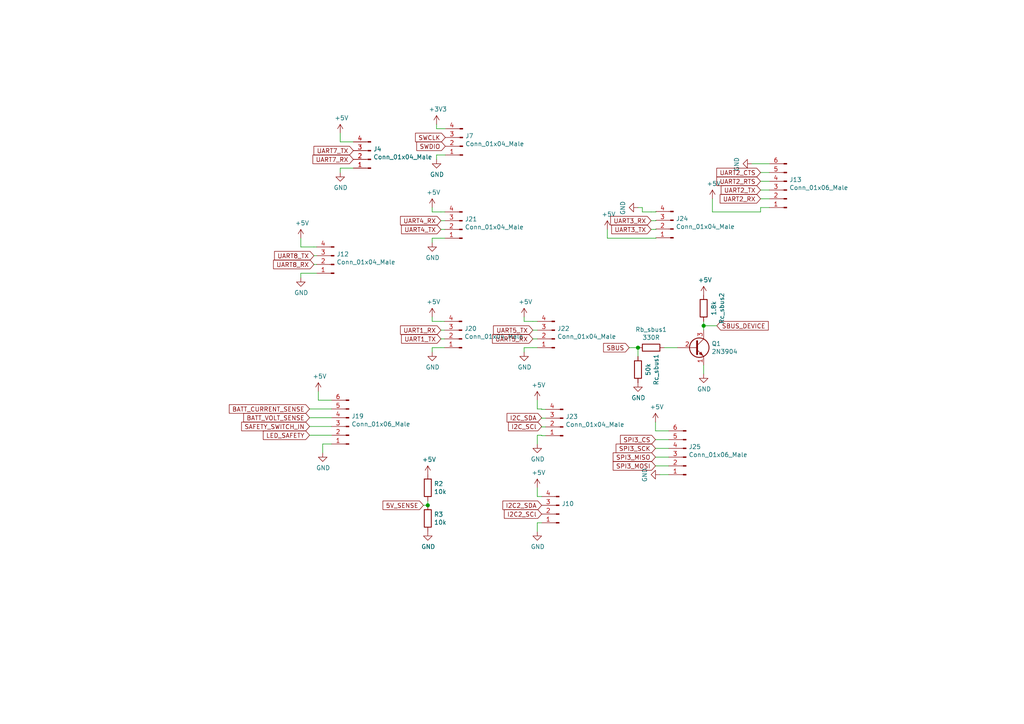
<source format=kicad_sch>
(kicad_sch (version 20200828) (generator eeschema)

  (page 4 11)

  (paper "A4")

  (lib_symbols
    (symbol "Connector:Conn_01x04_Male" (pin_names (offset 1.016) hide) (in_bom yes) (on_board yes)
      (property "Reference" "J" (id 0) (at 0 5.08 0)
        (effects (font (size 1.27 1.27)))
      )
      (property "Value" "Conn_01x04_Male" (id 1) (at 0 -7.62 0)
        (effects (font (size 1.27 1.27)))
      )
      (property "Footprint" "" (id 2) (at 0 0 0)
        (effects (font (size 1.27 1.27)) hide)
      )
      (property "Datasheet" "~" (id 3) (at 0 0 0)
        (effects (font (size 1.27 1.27)) hide)
      )
      (property "ki_keywords" "connector" (id 4) (at 0 0 0)
        (effects (font (size 1.27 1.27)) hide)
      )
      (property "ki_description" "Generic connector, single row, 01x04, script generated (kicad-library-utils/schlib/autogen/connector/)" (id 5) (at 0 0 0)
        (effects (font (size 1.27 1.27)) hide)
      )
      (property "ki_fp_filters" "Connector*:*_1x??_*" (id 6) (at 0 0 0)
        (effects (font (size 1.27 1.27)) hide)
      )
      (symbol "Conn_01x04_Male_1_1"
        (rectangle (start 0.8636 -4.953) (end 0 -5.207)
          (stroke (width 0.1524)) (fill (type outline))
        )
        (rectangle (start 0.8636 -2.413) (end 0 -2.667)
          (stroke (width 0.1524)) (fill (type outline))
        )
        (rectangle (start 0.8636 0.127) (end 0 -0.127)
          (stroke (width 0.1524)) (fill (type outline))
        )
        (rectangle (start 0.8636 2.667) (end 0 2.413)
          (stroke (width 0.1524)) (fill (type outline))
        )
        (polyline
          (pts
            (xy 1.27 -5.08)
            (xy 0.8636 -5.08)
          )
          (stroke (width 0.1524)) (fill (type none))
        )
        (polyline
          (pts
            (xy 1.27 -2.54)
            (xy 0.8636 -2.54)
          )
          (stroke (width 0.1524)) (fill (type none))
        )
        (polyline
          (pts
            (xy 1.27 0)
            (xy 0.8636 0)
          )
          (stroke (width 0.1524)) (fill (type none))
        )
        (polyline
          (pts
            (xy 1.27 2.54)
            (xy 0.8636 2.54)
          )
          (stroke (width 0.1524)) (fill (type none))
        )
        (pin passive line (at 5.08 2.54 180) (length 3.81)
          (name "Pin_1" (effects (font (size 1.27 1.27))))
          (number "1" (effects (font (size 1.27 1.27))))
        )
        (pin passive line (at 5.08 0 180) (length 3.81)
          (name "Pin_2" (effects (font (size 1.27 1.27))))
          (number "2" (effects (font (size 1.27 1.27))))
        )
        (pin passive line (at 5.08 -2.54 180) (length 3.81)
          (name "Pin_3" (effects (font (size 1.27 1.27))))
          (number "3" (effects (font (size 1.27 1.27))))
        )
        (pin passive line (at 5.08 -5.08 180) (length 3.81)
          (name "Pin_4" (effects (font (size 1.27 1.27))))
          (number "4" (effects (font (size 1.27 1.27))))
        )
      )
    )
    (symbol "Connector:Conn_01x06_Male" (pin_names (offset 1.016) hide) (in_bom yes) (on_board yes)
      (property "Reference" "J" (id 0) (at 0 7.62 0)
        (effects (font (size 1.27 1.27)))
      )
      (property "Value" "Conn_01x06_Male" (id 1) (at 0 -10.16 0)
        (effects (font (size 1.27 1.27)))
      )
      (property "Footprint" "" (id 2) (at 0 0 0)
        (effects (font (size 1.27 1.27)) hide)
      )
      (property "Datasheet" "~" (id 3) (at 0 0 0)
        (effects (font (size 1.27 1.27)) hide)
      )
      (property "ki_keywords" "connector" (id 4) (at 0 0 0)
        (effects (font (size 1.27 1.27)) hide)
      )
      (property "ki_description" "Generic connector, single row, 01x06, script generated (kicad-library-utils/schlib/autogen/connector/)" (id 5) (at 0 0 0)
        (effects (font (size 1.27 1.27)) hide)
      )
      (property "ki_fp_filters" "Connector*:*_1x??_*" (id 6) (at 0 0 0)
        (effects (font (size 1.27 1.27)) hide)
      )
      (symbol "Conn_01x06_Male_1_1"
        (rectangle (start 0.8636 -7.493) (end 0 -7.747)
          (stroke (width 0.1524)) (fill (type outline))
        )
        (rectangle (start 0.8636 -4.953) (end 0 -5.207)
          (stroke (width 0.1524)) (fill (type outline))
        )
        (rectangle (start 0.8636 -2.413) (end 0 -2.667)
          (stroke (width 0.1524)) (fill (type outline))
        )
        (rectangle (start 0.8636 0.127) (end 0 -0.127)
          (stroke (width 0.1524)) (fill (type outline))
        )
        (rectangle (start 0.8636 2.667) (end 0 2.413)
          (stroke (width 0.1524)) (fill (type outline))
        )
        (rectangle (start 0.8636 5.207) (end 0 4.953)
          (stroke (width 0.1524)) (fill (type outline))
        )
        (polyline
          (pts
            (xy 1.27 -7.62)
            (xy 0.8636 -7.62)
          )
          (stroke (width 0.1524)) (fill (type none))
        )
        (polyline
          (pts
            (xy 1.27 -5.08)
            (xy 0.8636 -5.08)
          )
          (stroke (width 0.1524)) (fill (type none))
        )
        (polyline
          (pts
            (xy 1.27 -2.54)
            (xy 0.8636 -2.54)
          )
          (stroke (width 0.1524)) (fill (type none))
        )
        (polyline
          (pts
            (xy 1.27 0)
            (xy 0.8636 0)
          )
          (stroke (width 0.1524)) (fill (type none))
        )
        (polyline
          (pts
            (xy 1.27 2.54)
            (xy 0.8636 2.54)
          )
          (stroke (width 0.1524)) (fill (type none))
        )
        (polyline
          (pts
            (xy 1.27 5.08)
            (xy 0.8636 5.08)
          )
          (stroke (width 0.1524)) (fill (type none))
        )
        (pin passive line (at 5.08 5.08 180) (length 3.81)
          (name "Pin_1" (effects (font (size 1.27 1.27))))
          (number "1" (effects (font (size 1.27 1.27))))
        )
        (pin passive line (at 5.08 2.54 180) (length 3.81)
          (name "Pin_2" (effects (font (size 1.27 1.27))))
          (number "2" (effects (font (size 1.27 1.27))))
        )
        (pin passive line (at 5.08 0 180) (length 3.81)
          (name "Pin_3" (effects (font (size 1.27 1.27))))
          (number "3" (effects (font (size 1.27 1.27))))
        )
        (pin passive line (at 5.08 -2.54 180) (length 3.81)
          (name "Pin_4" (effects (font (size 1.27 1.27))))
          (number "4" (effects (font (size 1.27 1.27))))
        )
        (pin passive line (at 5.08 -5.08 180) (length 3.81)
          (name "Pin_5" (effects (font (size 1.27 1.27))))
          (number "5" (effects (font (size 1.27 1.27))))
        )
        (pin passive line (at 5.08 -7.62 180) (length 3.81)
          (name "Pin_6" (effects (font (size 1.27 1.27))))
          (number "6" (effects (font (size 1.27 1.27))))
        )
      )
    )
    (symbol "Device:R" (pin_numbers hide) (pin_names (offset 0)) (in_bom yes) (on_board yes)
      (property "Reference" "R" (id 0) (at 2.032 0 90)
        (effects (font (size 1.27 1.27)))
      )
      (property "Value" "R" (id 1) (at 0 0 90)
        (effects (font (size 1.27 1.27)))
      )
      (property "Footprint" "" (id 2) (at -1.778 0 90)
        (effects (font (size 1.27 1.27)) hide)
      )
      (property "Datasheet" "~" (id 3) (at 0 0 0)
        (effects (font (size 1.27 1.27)) hide)
      )
      (property "ki_keywords" "R res resistor" (id 4) (at 0 0 0)
        (effects (font (size 1.27 1.27)) hide)
      )
      (property "ki_description" "Resistor" (id 5) (at 0 0 0)
        (effects (font (size 1.27 1.27)) hide)
      )
      (property "ki_fp_filters" "R_*" (id 6) (at 0 0 0)
        (effects (font (size 1.27 1.27)) hide)
      )
      (symbol "R_0_1"
        (rectangle (start -1.016 -2.54) (end 1.016 2.54)
          (stroke (width 0.254)) (fill (type none))
        )
      )
      (symbol "R_1_1"
        (pin passive line (at 0 3.81 270) (length 1.27)
          (name "~" (effects (font (size 1.27 1.27))))
          (number "1" (effects (font (size 1.27 1.27))))
        )
        (pin passive line (at 0 -3.81 90) (length 1.27)
          (name "~" (effects (font (size 1.27 1.27))))
          (number "2" (effects (font (size 1.27 1.27))))
        )
      )
    )
    (symbol "Transistor_BJT:2N3904" (pin_names (offset 0) hide) (in_bom yes) (on_board yes)
      (property "Reference" "Q" (id 0) (at 5.08 1.905 0)
        (effects (font (size 1.27 1.27)) (justify left))
      )
      (property "Value" "2N3904" (id 1) (at 5.08 0 0)
        (effects (font (size 1.27 1.27)) (justify left))
      )
      (property "Footprint" "Package_TO_SOT_THT:TO-92_Inline" (id 2) (at 5.08 -1.905 0)
        (effects (font (size 1.27 1.27) italic) (justify left) hide)
      )
      (property "Datasheet" "https://www.fairchildsemi.com/datasheets/2N/2N3904.pdf" (id 3) (at 0 0 0)
        (effects (font (size 1.27 1.27)) (justify left) hide)
      )
      (property "ki_keywords" "NPN Transistor" (id 4) (at 0 0 0)
        (effects (font (size 1.27 1.27)) hide)
      )
      (property "ki_description" "0.2A Ic, 40V Vce, Small Signal NPN Transistor, TO-92" (id 5) (at 0 0 0)
        (effects (font (size 1.27 1.27)) hide)
      )
      (property "ki_fp_filters" "TO?92*" (id 6) (at 0 0 0)
        (effects (font (size 1.27 1.27)) hide)
      )
      (symbol "2N3904_0_1"
        (circle (center 1.27 0) (radius 2.8194) (stroke (width 0.254)) (fill (type none)))
        (polyline
          (pts
            (xy 0.635 0.635)
            (xy 2.54 2.54)
          )
          (stroke (width 0)) (fill (type none))
        )
        (polyline
          (pts
            (xy 0.635 -0.635)
            (xy 2.54 -2.54)
            (xy 2.54 -2.54)
          )
          (stroke (width 0)) (fill (type none))
        )
        (polyline
          (pts
            (xy 0.635 1.905)
            (xy 0.635 -1.905)
            (xy 0.635 -1.905)
          )
          (stroke (width 0.508)) (fill (type none))
        )
        (polyline
          (pts
            (xy 1.27 -1.778)
            (xy 1.778 -1.27)
            (xy 2.286 -2.286)
            (xy 1.27 -1.778)
            (xy 1.27 -1.778)
          )
          (stroke (width 0)) (fill (type outline))
        )
      )
      (symbol "2N3904_1_1"
        (pin passive line (at 2.54 -5.08 90) (length 2.54)
          (name "E" (effects (font (size 1.27 1.27))))
          (number "1" (effects (font (size 1.27 1.27))))
        )
        (pin passive line (at -5.08 0 0) (length 5.715)
          (name "B" (effects (font (size 1.27 1.27))))
          (number "2" (effects (font (size 1.27 1.27))))
        )
        (pin passive line (at 2.54 5.08 270) (length 2.54)
          (name "C" (effects (font (size 1.27 1.27))))
          (number "3" (effects (font (size 1.27 1.27))))
        )
      )
    )
    (symbol "power:+3.3V" (power) (pin_names (offset 0)) (in_bom yes) (on_board yes)
      (property "Reference" "#PWR" (id 0) (at 0 -3.81 0)
        (effects (font (size 1.27 1.27)) hide)
      )
      (property "Value" "+3.3V" (id 1) (at 0 3.556 0)
        (effects (font (size 1.27 1.27)))
      )
      (property "Footprint" "" (id 2) (at 0 0 0)
        (effects (font (size 1.27 1.27)) hide)
      )
      (property "Datasheet" "" (id 3) (at 0 0 0)
        (effects (font (size 1.27 1.27)) hide)
      )
      (property "ki_keywords" "power-flag" (id 4) (at 0 0 0)
        (effects (font (size 1.27 1.27)) hide)
      )
      (property "ki_description" "Power symbol creates a global label with name \"+3.3V\"" (id 5) (at 0 0 0)
        (effects (font (size 1.27 1.27)) hide)
      )
      (symbol "+3.3V_0_1"
        (polyline
          (pts
            (xy -0.762 1.27)
            (xy 0 2.54)
          )
          (stroke (width 0)) (fill (type none))
        )
        (polyline
          (pts
            (xy 0 0)
            (xy 0 2.54)
          )
          (stroke (width 0)) (fill (type none))
        )
        (polyline
          (pts
            (xy 0 2.54)
            (xy 0.762 1.27)
          )
          (stroke (width 0)) (fill (type none))
        )
      )
      (symbol "+3.3V_1_1"
        (pin power_in line (at 0 0 90) (length 0) hide
          (name "+3V3" (effects (font (size 1.27 1.27))))
          (number "1" (effects (font (size 1.27 1.27))))
        )
      )
    )
    (symbol "power:+5V" (power) (pin_names (offset 0)) (in_bom yes) (on_board yes)
      (property "Reference" "#PWR" (id 0) (at 0 -3.81 0)
        (effects (font (size 1.27 1.27)) hide)
      )
      (property "Value" "+5V" (id 1) (at 0 3.556 0)
        (effects (font (size 1.27 1.27)))
      )
      (property "Footprint" "" (id 2) (at 0 0 0)
        (effects (font (size 1.27 1.27)) hide)
      )
      (property "Datasheet" "" (id 3) (at 0 0 0)
        (effects (font (size 1.27 1.27)) hide)
      )
      (property "ki_keywords" "power-flag" (id 4) (at 0 0 0)
        (effects (font (size 1.27 1.27)) hide)
      )
      (property "ki_description" "Power symbol creates a global label with name \"+5V\"" (id 5) (at 0 0 0)
        (effects (font (size 1.27 1.27)) hide)
      )
      (symbol "+5V_0_1"
        (polyline
          (pts
            (xy -0.762 1.27)
            (xy 0 2.54)
          )
          (stroke (width 0)) (fill (type none))
        )
        (polyline
          (pts
            (xy 0 0)
            (xy 0 2.54)
          )
          (stroke (width 0)) (fill (type none))
        )
        (polyline
          (pts
            (xy 0 2.54)
            (xy 0.762 1.27)
          )
          (stroke (width 0)) (fill (type none))
        )
      )
      (symbol "+5V_1_1"
        (pin power_in line (at 0 0 90) (length 0) hide
          (name "+5V" (effects (font (size 1.27 1.27))))
          (number "1" (effects (font (size 1.27 1.27))))
        )
      )
    )
    (symbol "power:GND" (power) (pin_names (offset 0)) (in_bom yes) (on_board yes)
      (property "Reference" "#PWR" (id 0) (at 0 -6.35 0)
        (effects (font (size 1.27 1.27)) hide)
      )
      (property "Value" "GND" (id 1) (at 0 -3.81 0)
        (effects (font (size 1.27 1.27)))
      )
      (property "Footprint" "" (id 2) (at 0 0 0)
        (effects (font (size 1.27 1.27)) hide)
      )
      (property "Datasheet" "" (id 3) (at 0 0 0)
        (effects (font (size 1.27 1.27)) hide)
      )
      (property "ki_keywords" "power-flag" (id 4) (at 0 0 0)
        (effects (font (size 1.27 1.27)) hide)
      )
      (property "ki_description" "Power symbol creates a global label with name \"GND\" , ground" (id 5) (at 0 0 0)
        (effects (font (size 1.27 1.27)) hide)
      )
      (symbol "GND_0_1"
        (polyline
          (pts
            (xy 0 0)
            (xy 0 -1.27)
            (xy 1.27 -1.27)
            (xy 0 -2.54)
            (xy -1.27 -1.27)
            (xy 0 -1.27)
          )
          (stroke (width 0)) (fill (type none))
        )
      )
      (symbol "GND_1_1"
        (pin power_in line (at 0 0 270) (length 0) hide
          (name "GND" (effects (font (size 1.27 1.27))))
          (number "1" (effects (font (size 1.27 1.27))))
        )
      )
    )
  )

  (junction (at 124.079 146.558) (diameter 1.016) (color 0 0 0 0))
  (junction (at 185.039 100.838) (diameter 1.016) (color 0 0 0 0))
  (junction (at 204.089 94.488) (diameter 1.016) (color 0 0 0 0))

  (wire (pts (xy 87.249 71.628) (xy 87.249 69.088))
    (stroke (width 0) (type solid) (color 0 0 0 0))
  )
  (wire (pts (xy 87.249 79.248) (xy 91.059 79.248))
    (stroke (width 0) (type solid) (color 0 0 0 0))
  )
  (wire (pts (xy 87.249 80.518) (xy 87.249 79.248))
    (stroke (width 0) (type solid) (color 0 0 0 0))
  )
  (wire (pts (xy 89.789 118.618) (xy 96.139 118.618))
    (stroke (width 0) (type solid) (color 0 0 0 0))
  )
  (wire (pts (xy 89.789 121.158) (xy 96.139 121.158))
    (stroke (width 0) (type solid) (color 0 0 0 0))
  )
  (wire (pts (xy 89.789 123.698) (xy 96.139 123.698))
    (stroke (width 0) (type solid) (color 0 0 0 0))
  )
  (wire (pts (xy 89.789 126.238) (xy 96.139 126.238))
    (stroke (width 0) (type solid) (color 0 0 0 0))
  )
  (wire (pts (xy 91.059 71.628) (xy 87.249 71.628))
    (stroke (width 0) (type solid) (color 0 0 0 0))
  )
  (wire (pts (xy 91.059 71.628) (xy 91.821 71.628))
    (stroke (width 0) (type solid) (color 0 0 0 0))
  )
  (wire (pts (xy 91.059 74.168) (xy 91.821 74.168))
    (stroke (width 0) (type solid) (color 0 0 0 0))
  )
  (wire (pts (xy 91.059 76.708) (xy 91.821 76.708))
    (stroke (width 0) (type solid) (color 0 0 0 0))
  )
  (wire (pts (xy 91.059 79.248) (xy 91.821 79.248))
    (stroke (width 0) (type solid) (color 0 0 0 0))
  )
  (wire (pts (xy 92.329 116.078) (xy 92.329 113.538))
    (stroke (width 0) (type solid) (color 0 0 0 0))
  )
  (wire (pts (xy 93.599 128.778) (xy 96.139 128.778))
    (stroke (width 0) (type solid) (color 0 0 0 0))
  )
  (wire (pts (xy 93.599 131.318) (xy 93.599 128.778))
    (stroke (width 0) (type solid) (color 0 0 0 0))
  )
  (wire (pts (xy 96.139 116.078) (xy 92.329 116.078))
    (stroke (width 0) (type solid) (color 0 0 0 0))
  )
  (wire (pts (xy 98.679 41.148) (xy 98.679 38.608))
    (stroke (width 0) (type solid) (color 0 0 0 0))
  )
  (wire (pts (xy 98.679 48.768) (xy 102.489 48.768))
    (stroke (width 0) (type solid) (color 0 0 0 0))
  )
  (wire (pts (xy 98.679 50.038) (xy 98.679 48.768))
    (stroke (width 0) (type solid) (color 0 0 0 0))
  )
  (wire (pts (xy 102.489 41.148) (xy 98.679 41.148))
    (stroke (width 0) (type solid) (color 0 0 0 0))
  )
  (wire (pts (xy 124.079 145.288) (xy 124.079 146.558))
    (stroke (width 0) (type solid) (color 0 0 0 0))
  )
  (wire (pts (xy 124.079 146.558) (xy 122.809 146.558))
    (stroke (width 0) (type solid) (color 0 0 0 0))
  )
  (wire (pts (xy 125.349 60.198) (xy 125.349 61.468))
    (stroke (width 0) (type solid) (color 0 0 0 0))
  )
  (wire (pts (xy 125.349 61.468) (xy 127.889 61.468))
    (stroke (width 0) (type solid) (color 0 0 0 0))
  )
  (wire (pts (xy 125.349 69.088) (xy 125.349 70.358))
    (stroke (width 0) (type solid) (color 0 0 0 0))
  )
  (wire (pts (xy 125.349 91.948) (xy 125.349 93.218))
    (stroke (width 0) (type solid) (color 0 0 0 0))
  )
  (wire (pts (xy 125.349 93.218) (xy 127.889 93.218))
    (stroke (width 0) (type solid) (color 0 0 0 0))
  )
  (wire (pts (xy 125.349 100.838) (xy 125.349 102.108))
    (stroke (width 0) (type solid) (color 0 0 0 0))
  )
  (wire (pts (xy 126.619 36.068) (xy 126.619 37.338))
    (stroke (width 0) (type solid) (color 0 0 0 0))
  )
  (wire (pts (xy 126.619 37.338) (xy 129.159 37.338))
    (stroke (width 0) (type solid) (color 0 0 0 0))
  )
  (wire (pts (xy 126.619 44.958) (xy 126.619 46.228))
    (stroke (width 0) (type solid) (color 0 0 0 0))
  )
  (wire (pts (xy 127.889 61.468) (xy 129.032 61.468))
    (stroke (width 0) (type solid) (color 0 0 0 0))
  )
  (wire (pts (xy 127.889 64.008) (xy 129.032 64.008))
    (stroke (width 0) (type solid) (color 0 0 0 0))
  )
  (wire (pts (xy 127.889 66.548) (xy 129.032 66.548))
    (stroke (width 0) (type solid) (color 0 0 0 0))
  )
  (wire (pts (xy 127.889 69.088) (xy 125.349 69.088))
    (stroke (width 0) (type solid) (color 0 0 0 0))
  )
  (wire (pts (xy 127.889 69.088) (xy 129.032 69.088))
    (stroke (width 0) (type solid) (color 0 0 0 0))
  )
  (wire (pts (xy 127.889 93.218) (xy 128.905 93.218))
    (stroke (width 0) (type solid) (color 0 0 0 0))
  )
  (wire (pts (xy 127.889 95.758) (xy 128.905 95.758))
    (stroke (width 0) (type solid) (color 0 0 0 0))
  )
  (wire (pts (xy 127.889 98.298) (xy 128.905 98.298))
    (stroke (width 0) (type solid) (color 0 0 0 0))
  )
  (wire (pts (xy 127.889 100.838) (xy 125.349 100.838))
    (stroke (width 0) (type solid) (color 0 0 0 0))
  )
  (wire (pts (xy 127.889 100.838) (xy 128.905 100.838))
    (stroke (width 0) (type solid) (color 0 0 0 0))
  )
  (wire (pts (xy 129.159 44.958) (xy 126.619 44.958))
    (stroke (width 0) (type solid) (color 0 0 0 0))
  )
  (wire (pts (xy 152.019 91.948) (xy 152.019 93.218))
    (stroke (width 0) (type solid) (color 0 0 0 0))
  )
  (wire (pts (xy 152.019 93.218) (xy 154.559 93.218))
    (stroke (width 0) (type solid) (color 0 0 0 0))
  )
  (wire (pts (xy 152.019 100.838) (xy 152.019 102.108))
    (stroke (width 0) (type solid) (color 0 0 0 0))
  )
  (wire (pts (xy 154.559 93.218) (xy 155.829 93.218))
    (stroke (width 0) (type solid) (color 0 0 0 0))
  )
  (wire (pts (xy 154.559 95.758) (xy 155.829 95.758))
    (stroke (width 0) (type solid) (color 0 0 0 0))
  )
  (wire (pts (xy 154.559 98.298) (xy 155.829 98.298))
    (stroke (width 0) (type solid) (color 0 0 0 0))
  )
  (wire (pts (xy 154.559 100.838) (xy 152.019 100.838))
    (stroke (width 0) (type solid) (color 0 0 0 0))
  )
  (wire (pts (xy 154.559 100.838) (xy 155.829 100.838))
    (stroke (width 0) (type solid) (color 0 0 0 0))
  )
  (wire (pts (xy 155.829 118.618) (xy 155.829 116.078))
    (stroke (width 0) (type solid) (color 0 0 0 0))
  )
  (wire (pts (xy 155.829 126.238) (xy 155.829 128.778))
    (stroke (width 0) (type solid) (color 0 0 0 0))
  )
  (wire (pts (xy 155.829 144.018) (xy 155.829 141.478))
    (stroke (width 0) (type solid) (color 0 0 0 0))
  )
  (wire (pts (xy 155.829 151.638) (xy 155.829 154.178))
    (stroke (width 0) (type solid) (color 0 0 0 0))
  )
  (wire (pts (xy 157.099 118.618) (xy 155.829 118.618))
    (stroke (width 0) (type solid) (color 0 0 0 0))
  )
  (wire (pts (xy 157.099 118.745) (xy 157.099 118.618))
    (stroke (width 0) (type solid) (color 0 0 0 0))
  )
  (wire (pts (xy 157.099 121.285) (xy 157.099 121.158))
    (stroke (width 0) (type solid) (color 0 0 0 0))
  )
  (wire (pts (xy 157.099 123.825) (xy 157.099 123.698))
    (stroke (width 0) (type solid) (color 0 0 0 0))
  )
  (wire (pts (xy 157.099 126.238) (xy 155.829 126.238))
    (stroke (width 0) (type solid) (color 0 0 0 0))
  )
  (wire (pts (xy 157.099 126.365) (xy 157.099 126.238))
    (stroke (width 0) (type solid) (color 0 0 0 0))
  )
  (wire (pts (xy 157.099 144.018) (xy 155.829 144.018))
    (stroke (width 0) (type solid) (color 0 0 0 0))
  )
  (wire (pts (xy 157.099 151.638) (xy 155.829 151.638))
    (stroke (width 0) (type solid) (color 0 0 0 0))
  )
  (wire (pts (xy 158.242 118.745) (xy 157.099 118.745))
    (stroke (width 0) (type solid) (color 0 0 0 0))
  )
  (wire (pts (xy 158.242 121.285) (xy 157.099 121.285))
    (stroke (width 0) (type solid) (color 0 0 0 0))
  )
  (wire (pts (xy 158.242 123.825) (xy 157.099 123.825))
    (stroke (width 0) (type solid) (color 0 0 0 0))
  )
  (wire (pts (xy 158.242 126.365) (xy 157.099 126.365))
    (stroke (width 0) (type solid) (color 0 0 0 0))
  )
  (wire (pts (xy 176.149 69.088) (xy 176.149 66.548))
    (stroke (width 0) (type solid) (color 0 0 0 0))
  )
  (wire (pts (xy 176.149 69.088) (xy 188.849 69.088))
    (stroke (width 0) (type solid) (color 0 0 0 0))
  )
  (wire (pts (xy 185.039 100.838) (xy 182.499 100.838))
    (stroke (width 0) (type solid) (color 0 0 0 0))
  )
  (wire (pts (xy 185.039 103.378) (xy 185.039 100.838))
    (stroke (width 0) (type solid) (color 0 0 0 0))
  )
  (wire (pts (xy 186.309 60.198) (xy 185.039 60.198))
    (stroke (width 0) (type solid) (color 0 0 0 0))
  )
  (wire (pts (xy 186.309 60.198) (xy 186.309 61.468))
    (stroke (width 0) (type solid) (color 0 0 0 0))
  )
  (wire (pts (xy 186.309 61.468) (xy 188.849 61.468))
    (stroke (width 0) (type solid) (color 0 0 0 0))
  )
  (wire (pts (xy 188.849 61.468) (xy 190.246 61.468))
    (stroke (width 0) (type solid) (color 0 0 0 0))
  )
  (wire (pts (xy 188.849 64.008) (xy 190.246 64.008))
    (stroke (width 0) (type solid) (color 0 0 0 0))
  )
  (wire (pts (xy 188.849 66.548) (xy 190.246 66.548))
    (stroke (width 0) (type solid) (color 0 0 0 0))
  )
  (wire (pts (xy 188.849 69.088) (xy 190.246 69.088))
    (stroke (width 0) (type solid) (color 0 0 0 0))
  )
  (wire (pts (xy 190.119 124.968) (xy 190.119 122.428))
    (stroke (width 0) (type solid) (color 0 0 0 0))
  )
  (wire (pts (xy 190.246 61.468) (xy 190.246 61.341))
    (stroke (width 0) (type solid) (color 0 0 0 0))
  )
  (wire (pts (xy 190.246 64.008) (xy 190.246 63.881))
    (stroke (width 0) (type solid) (color 0 0 0 0))
  )
  (wire (pts (xy 190.246 66.548) (xy 190.246 66.421))
    (stroke (width 0) (type solid) (color 0 0 0 0))
  )
  (wire (pts (xy 190.246 69.088) (xy 190.246 68.961))
    (stroke (width 0) (type solid) (color 0 0 0 0))
  )
  (wire (pts (xy 192.659 100.838) (xy 196.469 100.838))
    (stroke (width 0) (type solid) (color 0 0 0 0))
  )
  (wire (pts (xy 193.929 124.968) (xy 190.119 124.968))
    (stroke (width 0) (type solid) (color 0 0 0 0))
  )
  (wire (pts (xy 193.929 127.508) (xy 190.119 127.508))
    (stroke (width 0) (type solid) (color 0 0 0 0))
  )
  (wire (pts (xy 193.929 130.048) (xy 190.119 130.048))
    (stroke (width 0) (type solid) (color 0 0 0 0))
  )
  (wire (pts (xy 193.929 132.588) (xy 190.119 132.588))
    (stroke (width 0) (type solid) (color 0 0 0 0))
  )
  (wire (pts (xy 193.929 135.128) (xy 190.119 135.128))
    (stroke (width 0) (type solid) (color 0 0 0 0))
  )
  (wire (pts (xy 193.929 137.668) (xy 191.389 137.668))
    (stroke (width 0) (type solid) (color 0 0 0 0))
  )
  (wire (pts (xy 204.089 93.218) (xy 204.089 94.488))
    (stroke (width 0) (type solid) (color 0 0 0 0))
  )
  (wire (pts (xy 204.089 94.488) (xy 204.089 95.758))
    (stroke (width 0) (type solid) (color 0 0 0 0))
  )
  (wire (pts (xy 204.089 94.488) (xy 207.899 94.488))
    (stroke (width 0) (type solid) (color 0 0 0 0))
  )
  (wire (pts (xy 204.089 105.918) (xy 204.089 108.458))
    (stroke (width 0) (type solid) (color 0 0 0 0))
  )
  (wire (pts (xy 206.629 57.658) (xy 206.629 61.468))
    (stroke (width 0) (type solid) (color 0 0 0 0))
  )
  (wire (pts (xy 218.059 47.498) (xy 223.139 47.498))
    (stroke (width 0) (type solid) (color 0 0 0 0))
  )
  (wire (pts (xy 220.599 50.038) (xy 223.139 50.038))
    (stroke (width 0) (type solid) (color 0 0 0 0))
  )
  (wire (pts (xy 220.599 52.578) (xy 223.139 52.578))
    (stroke (width 0) (type solid) (color 0 0 0 0))
  )
  (wire (pts (xy 220.599 55.118) (xy 223.139 55.118))
    (stroke (width 0) (type solid) (color 0 0 0 0))
  )
  (wire (pts (xy 220.599 57.658) (xy 223.139 57.658))
    (stroke (width 0) (type solid) (color 0 0 0 0))
  )
  (wire (pts (xy 220.599 60.198) (xy 220.599 61.468))
    (stroke (width 0) (type solid) (color 0 0 0 0))
  )
  (wire (pts (xy 220.599 61.468) (xy 206.629 61.468))
    (stroke (width 0) (type solid) (color 0 0 0 0))
  )
  (wire (pts (xy 223.139 60.198) (xy 220.599 60.198))
    (stroke (width 0) (type solid) (color 0 0 0 0))
  )

  (global_label "BATT_CURRENT_SENSE" (shape input) (at 89.789 118.618 180)
    (effects (font (size 1.27 1.27)) (justify right))
  )
  (global_label "BATT_VOLT_SENSE" (shape input) (at 89.789 121.158 180)
    (effects (font (size 1.27 1.27)) (justify right))
  )
  (global_label "SAFETY_SWITCH_IN" (shape input) (at 89.789 123.698 180)
    (effects (font (size 1.27 1.27)) (justify right))
  )
  (global_label "LED_SAFETY" (shape input) (at 89.789 126.238 180)
    (effects (font (size 1.27 1.27)) (justify right))
  )
  (global_label "UART8_TX" (shape input) (at 91.059 74.168 180)
    (effects (font (size 1.27 1.27)) (justify right))
  )
  (global_label "UART8_RX" (shape input) (at 91.059 76.708 180)
    (effects (font (size 1.27 1.27)) (justify right))
  )
  (global_label "UART7_TX" (shape input) (at 102.489 43.688 180)
    (effects (font (size 1.27 1.27)) (justify right))
  )
  (global_label "UART7_RX" (shape input) (at 102.489 46.228 180)
    (effects (font (size 1.27 1.27)) (justify right))
  )
  (global_label "5V_SENSE" (shape input) (at 122.809 146.558 180)
    (effects (font (size 1.27 1.27)) (justify right))
  )
  (global_label "UART4_RX" (shape input) (at 127.889 64.008 180)
    (effects (font (size 1.27 1.27)) (justify right))
  )
  (global_label "UART4_TX" (shape input) (at 127.889 66.548 180)
    (effects (font (size 1.27 1.27)) (justify right))
  )
  (global_label "UART1_RX" (shape input) (at 127.889 95.758 180)
    (effects (font (size 1.27 1.27)) (justify right))
  )
  (global_label "UART1_TX" (shape input) (at 127.889 98.298 180)
    (effects (font (size 1.27 1.27)) (justify right))
  )
  (global_label "SWCLK" (shape input) (at 129.159 39.878 180)
    (effects (font (size 1.27 1.27)) (justify right))
  )
  (global_label "SWDIO" (shape input) (at 129.159 42.418 180)
    (effects (font (size 1.27 1.27)) (justify right))
  )
  (global_label "UART5_TX" (shape input) (at 154.559 95.758 180)
    (effects (font (size 1.27 1.27)) (justify right))
  )
  (global_label "UART5_RX" (shape input) (at 154.559 98.298 180)
    (effects (font (size 1.27 1.27)) (justify right))
  )
  (global_label "I2C_SDA" (shape input) (at 157.099 121.158 180)
    (effects (font (size 1.27 1.27)) (justify right))
  )
  (global_label "I2C_SCl" (shape input) (at 157.099 123.698 180)
    (effects (font (size 1.27 1.27)) (justify right))
  )
  (global_label "I2C2_SDA" (shape input) (at 157.099 146.558 180)
    (effects (font (size 1.27 1.27)) (justify right))
  )
  (global_label "I2C2_SCl" (shape input) (at 157.099 149.098 180)
    (effects (font (size 1.27 1.27)) (justify right))
  )
  (global_label "SBUS" (shape input) (at 182.499 100.838 180)
    (effects (font (size 1.27 1.27)) (justify right))
  )
  (global_label "UART3_RX" (shape input) (at 188.849 64.008 180)
    (effects (font (size 1.27 1.27)) (justify right))
  )
  (global_label "UART3_TX" (shape input) (at 188.849 66.548 180)
    (effects (font (size 1.27 1.27)) (justify right))
  )
  (global_label "SPI3_CS" (shape input) (at 190.119 127.508 180)
    (effects (font (size 1.27 1.27)) (justify right))
  )
  (global_label "SPI3_SCK" (shape input) (at 190.119 130.048 180)
    (effects (font (size 1.27 1.27)) (justify right))
  )
  (global_label "SPI3_MISO" (shape input) (at 190.119 132.588 180)
    (effects (font (size 1.27 1.27)) (justify right))
  )
  (global_label "SPI3_MOSI" (shape input) (at 190.119 135.128 180)
    (effects (font (size 1.27 1.27)) (justify right))
  )
  (global_label "SBUS_DEVICE" (shape input) (at 207.899 94.488 0)
    (effects (font (size 1.27 1.27)) (justify left))
  )
  (global_label "UART2_CTS" (shape input) (at 220.599 50.038 180)
    (effects (font (size 1.27 1.27)) (justify right))
  )
  (global_label "UART2_RTS" (shape input) (at 220.599 52.578 180)
    (effects (font (size 1.27 1.27)) (justify right))
  )
  (global_label "UART2_TX" (shape input) (at 220.599 55.118 180)
    (effects (font (size 1.27 1.27)) (justify right))
  )
  (global_label "UART2_RX" (shape input) (at 220.599 57.658 180)
    (effects (font (size 1.27 1.27)) (justify right))
  )

  (symbol (lib_id "power:+5V") (at 87.249 69.088 0) (unit 1)
    (in_bom yes) (on_board yes)
    (uuid "ec29653d-21ed-41b4-aac1-eb7744e96710")
    (property "Reference" "#PWR0125" (id 0) (at 87.249 72.898 0)
      (effects (font (size 1.27 1.27)) hide)
    )
    (property "Value" "+5V" (id 1) (at 87.63 64.6938 0))
    (property "Footprint" "" (id 2) (at 87.249 69.088 0)
      (effects (font (size 1.27 1.27)) hide)
    )
    (property "Datasheet" "" (id 3) (at 87.249 69.088 0)
      (effects (font (size 1.27 1.27)) hide)
    )
  )

  (symbol (lib_id "power:+5V") (at 92.329 113.538 0) (unit 1)
    (in_bom yes) (on_board yes)
    (uuid "b50a4301-ba89-47d3-8157-1e610f5ad018")
    (property "Reference" "#PWR0139" (id 0) (at 92.329 117.348 0)
      (effects (font (size 1.27 1.27)) hide)
    )
    (property "Value" "+5V" (id 1) (at 92.71 109.1438 0))
    (property "Footprint" "" (id 2) (at 92.329 113.538 0)
      (effects (font (size 1.27 1.27)) hide)
    )
    (property "Datasheet" "" (id 3) (at 92.329 113.538 0)
      (effects (font (size 1.27 1.27)) hide)
    )
  )

  (symbol (lib_id "power:+5V") (at 98.679 38.608 0) (unit 1)
    (in_bom yes) (on_board yes)
    (uuid "5f48ee3c-affe-45fb-a6b8-31044572b43c")
    (property "Reference" "#PWR0126" (id 0) (at 98.679 42.418 0)
      (effects (font (size 1.27 1.27)) hide)
    )
    (property "Value" "+5V" (id 1) (at 99.06 34.2138 0))
    (property "Footprint" "" (id 2) (at 98.679 38.608 0)
      (effects (font (size 1.27 1.27)) hide)
    )
    (property "Datasheet" "" (id 3) (at 98.679 38.608 0)
      (effects (font (size 1.27 1.27)) hide)
    )
  )

  (symbol (lib_id "power:+5V") (at 124.079 137.668 0) (unit 1)
    (in_bom yes) (on_board yes)
    (uuid "9a2d90b8-faf4-4899-a0ba-c2a473d4c638")
    (property "Reference" "#PWR0118" (id 0) (at 124.079 141.478 0)
      (effects (font (size 1.27 1.27)) hide)
    )
    (property "Value" "+5V" (id 1) (at 124.46 133.2738 0))
    (property "Footprint" "" (id 2) (at 124.079 137.668 0)
      (effects (font (size 1.27 1.27)) hide)
    )
    (property "Datasheet" "" (id 3) (at 124.079 137.668 0)
      (effects (font (size 1.27 1.27)) hide)
    )
  )

  (symbol (lib_id "power:+5V") (at 125.349 60.198 0) (unit 1)
    (in_bom yes) (on_board yes)
    (uuid "89cf503d-2f3a-4e62-bde4-03af33ae5024")
    (property "Reference" "#PWR0130" (id 0) (at 125.349 64.008 0)
      (effects (font (size 1.27 1.27)) hide)
    )
    (property "Value" "+5V" (id 1) (at 125.73 55.8038 0))
    (property "Footprint" "" (id 2) (at 125.349 60.198 0)
      (effects (font (size 1.27 1.27)) hide)
    )
    (property "Datasheet" "" (id 3) (at 125.349 60.198 0)
      (effects (font (size 1.27 1.27)) hide)
    )
  )

  (symbol (lib_id "power:+5V") (at 125.349 91.948 0) (unit 1)
    (in_bom yes) (on_board yes)
    (uuid "4d6b1fbd-5fe1-4284-ae64-91ab50f4aac7")
    (property "Reference" "#PWR0129" (id 0) (at 125.349 95.758 0)
      (effects (font (size 1.27 1.27)) hide)
    )
    (property "Value" "+5V" (id 1) (at 125.73 87.5538 0))
    (property "Footprint" "" (id 2) (at 125.349 91.948 0)
      (effects (font (size 1.27 1.27)) hide)
    )
    (property "Datasheet" "" (id 3) (at 125.349 91.948 0)
      (effects (font (size 1.27 1.27)) hide)
    )
  )

  (symbol (lib_id "power:+3.3V") (at 126.619 36.068 0) (unit 1)
    (in_bom yes) (on_board yes)
    (uuid "48ca4faf-4530-4ccd-8544-bfa54aaee1c4")
    (property "Reference" "#PWR0127" (id 0) (at 126.619 39.878 0)
      (effects (font (size 1.27 1.27)) hide)
    )
    (property "Value" "+3.3V" (id 1) (at 127 31.6738 0))
    (property "Footprint" "" (id 2) (at 126.619 36.068 0)
      (effects (font (size 1.27 1.27)) hide)
    )
    (property "Datasheet" "" (id 3) (at 126.619 36.068 0)
      (effects (font (size 1.27 1.27)) hide)
    )
  )

  (symbol (lib_id "power:+5V") (at 152.019 91.948 0) (unit 1)
    (in_bom yes) (on_board yes)
    (uuid "4f182a8d-af21-40bd-9374-4ae489e573ea")
    (property "Reference" "#PWR0134" (id 0) (at 152.019 95.758 0)
      (effects (font (size 1.27 1.27)) hide)
    )
    (property "Value" "+5V" (id 1) (at 152.4 87.5538 0))
    (property "Footprint" "" (id 2) (at 152.019 91.948 0)
      (effects (font (size 1.27 1.27)) hide)
    )
    (property "Datasheet" "" (id 3) (at 152.019 91.948 0)
      (effects (font (size 1.27 1.27)) hide)
    )
  )

  (symbol (lib_id "power:+5V") (at 155.829 116.078 0) (unit 1)
    (in_bom yes) (on_board yes)
    (uuid "2ce1a550-18a7-4a45-8afd-256a391998c7")
    (property "Reference" "#PWR0133" (id 0) (at 155.829 119.888 0)
      (effects (font (size 1.27 1.27)) hide)
    )
    (property "Value" "+5V" (id 1) (at 156.21 111.6838 0))
    (property "Footprint" "" (id 2) (at 155.829 116.078 0)
      (effects (font (size 1.27 1.27)) hide)
    )
    (property "Datasheet" "" (id 3) (at 155.829 116.078 0)
      (effects (font (size 1.27 1.27)) hide)
    )
  )

  (symbol (lib_id "power:+5V") (at 155.829 141.478 0) (unit 1)
    (in_bom yes) (on_board yes)
    (uuid "97867b56-9aed-49ee-8d21-19a589e8bab9")
    (property "Reference" "#PWR0121" (id 0) (at 155.829 145.288 0)
      (effects (font (size 1.27 1.27)) hide)
    )
    (property "Value" "+5V" (id 1) (at 156.21 137.0838 0))
    (property "Footprint" "" (id 2) (at 155.829 141.478 0)
      (effects (font (size 1.27 1.27)) hide)
    )
    (property "Datasheet" "" (id 3) (at 155.829 141.478 0)
      (effects (font (size 1.27 1.27)) hide)
    )
  )

  (symbol (lib_id "power:+5V") (at 176.149 66.548 0) (unit 1)
    (in_bom yes) (on_board yes)
    (uuid "b49526c7-db20-40cf-b09c-1dca6572c247")
    (property "Reference" "#PWR0136" (id 0) (at 176.149 70.358 0)
      (effects (font (size 1.27 1.27)) hide)
    )
    (property "Value" "+5V" (id 1) (at 176.53 62.1538 0))
    (property "Footprint" "" (id 2) (at 176.149 66.548 0)
      (effects (font (size 1.27 1.27)) hide)
    )
    (property "Datasheet" "" (id 3) (at 176.149 66.548 0)
      (effects (font (size 1.27 1.27)) hide)
    )
  )

  (symbol (lib_id "power:+5V") (at 190.119 122.428 0) (unit 1)
    (in_bom yes) (on_board yes)
    (uuid "ad8329bd-8c8e-49a4-920f-eff88ee7845d")
    (property "Reference" "#PWR0122" (id 0) (at 190.119 126.238 0)
      (effects (font (size 1.27 1.27)) hide)
    )
    (property "Value" "+5V" (id 1) (at 190.5 118.0338 0))
    (property "Footprint" "" (id 2) (at 190.119 122.428 0)
      (effects (font (size 1.27 1.27)) hide)
    )
    (property "Datasheet" "" (id 3) (at 190.119 122.428 0)
      (effects (font (size 1.27 1.27)) hide)
    )
  )

  (symbol (lib_id "power:+5V") (at 204.089 85.598 0) (unit 1)
    (in_bom yes) (on_board yes)
    (uuid "b99dbfae-ecde-4956-aa60-265d4a9f83b3")
    (property "Reference" "#PWR0116" (id 0) (at 204.089 89.408 0)
      (effects (font (size 1.27 1.27)) hide)
    )
    (property "Value" "+5V" (id 1) (at 204.47 81.2038 0))
    (property "Footprint" "" (id 2) (at 204.089 85.598 0)
      (effects (font (size 1.27 1.27)) hide)
    )
    (property "Datasheet" "" (id 3) (at 204.089 85.598 0)
      (effects (font (size 1.27 1.27)) hide)
    )
  )

  (symbol (lib_id "power:+5V") (at 206.629 57.658 0) (unit 1)
    (in_bom yes) (on_board yes)
    (uuid "64e91c27-810a-4a15-bf4f-ba2c1c9fca11")
    (property "Reference" "#PWR0114" (id 0) (at 206.629 61.468 0)
      (effects (font (size 1.27 1.27)) hide)
    )
    (property "Value" "+5V" (id 1) (at 207.01 53.2638 0))
    (property "Footprint" "" (id 2) (at 206.629 57.658 0)
      (effects (font (size 1.27 1.27)) hide)
    )
    (property "Datasheet" "" (id 3) (at 206.629 57.658 0)
      (effects (font (size 1.27 1.27)) hide)
    )
  )

  (symbol (lib_id "power:GND") (at 87.249 80.518 0) (unit 1)
    (in_bom yes) (on_board yes)
    (uuid "465786c0-6793-483b-b2f7-120541c7e070")
    (property "Reference" "#PWR0124" (id 0) (at 87.249 86.868 0)
      (effects (font (size 1.27 1.27)) hide)
    )
    (property "Value" "GND" (id 1) (at 87.376 84.9122 0))
    (property "Footprint" "" (id 2) (at 87.249 80.518 0)
      (effects (font (size 1.27 1.27)) hide)
    )
    (property "Datasheet" "" (id 3) (at 87.249 80.518 0)
      (effects (font (size 1.27 1.27)) hide)
    )
  )

  (symbol (lib_id "power:GND") (at 93.599 131.318 0) (unit 1)
    (in_bom yes) (on_board yes)
    (uuid "ba40ef21-798c-453d-920f-44704d659e99")
    (property "Reference" "#PWR0138" (id 0) (at 93.599 137.668 0)
      (effects (font (size 1.27 1.27)) hide)
    )
    (property "Value" "GND" (id 1) (at 93.726 135.7122 0))
    (property "Footprint" "" (id 2) (at 93.599 131.318 0)
      (effects (font (size 1.27 1.27)) hide)
    )
    (property "Datasheet" "" (id 3) (at 93.599 131.318 0)
      (effects (font (size 1.27 1.27)) hide)
    )
  )

  (symbol (lib_id "power:GND") (at 98.679 50.038 0) (unit 1)
    (in_bom yes) (on_board yes)
    (uuid "d807bc9b-0fd1-4f31-a03b-30e0553b17fa")
    (property "Reference" "#PWR0123" (id 0) (at 98.679 56.388 0)
      (effects (font (size 1.27 1.27)) hide)
    )
    (property "Value" "GND" (id 1) (at 98.806 54.4322 0))
    (property "Footprint" "" (id 2) (at 98.679 50.038 0)
      (effects (font (size 1.27 1.27)) hide)
    )
    (property "Datasheet" "" (id 3) (at 98.679 50.038 0)
      (effects (font (size 1.27 1.27)) hide)
    )
  )

  (symbol (lib_id "power:GND") (at 124.079 154.178 0) (unit 1)
    (in_bom yes) (on_board yes)
    (uuid "0f47019c-9da8-4c91-a947-4857f5c0d08b")
    (property "Reference" "#PWR0117" (id 0) (at 124.079 160.528 0)
      (effects (font (size 1.27 1.27)) hide)
    )
    (property "Value" "GND" (id 1) (at 124.206 158.5722 0))
    (property "Footprint" "" (id 2) (at 124.079 154.178 0)
      (effects (font (size 1.27 1.27)) hide)
    )
    (property "Datasheet" "" (id 3) (at 124.079 154.178 0)
      (effects (font (size 1.27 1.27)) hide)
    )
  )

  (symbol (lib_id "power:GND") (at 125.349 70.358 0) (unit 1)
    (in_bom yes) (on_board yes)
    (uuid "145ba9ca-b313-4ee2-9043-0e1a0b1747cf")
    (property "Reference" "#PWR0137" (id 0) (at 125.349 76.708 0)
      (effects (font (size 1.27 1.27)) hide)
    )
    (property "Value" "GND" (id 1) (at 125.476 74.7522 0))
    (property "Footprint" "" (id 2) (at 125.349 70.358 0)
      (effects (font (size 1.27 1.27)) hide)
    )
    (property "Datasheet" "" (id 3) (at 125.349 70.358 0)
      (effects (font (size 1.27 1.27)) hide)
    )
  )

  (symbol (lib_id "power:GND") (at 125.349 102.108 0) (unit 1)
    (in_bom yes) (on_board yes)
    (uuid "8bc5e699-52ee-470a-8bbd-29f1b2d9eac0")
    (property "Reference" "#PWR0135" (id 0) (at 125.349 108.458 0)
      (effects (font (size 1.27 1.27)) hide)
    )
    (property "Value" "GND" (id 1) (at 125.476 106.5022 0))
    (property "Footprint" "" (id 2) (at 125.349 102.108 0)
      (effects (font (size 1.27 1.27)) hide)
    )
    (property "Datasheet" "" (id 3) (at 125.349 102.108 0)
      (effects (font (size 1.27 1.27)) hide)
    )
  )

  (symbol (lib_id "power:GND") (at 126.619 46.228 0) (unit 1)
    (in_bom yes) (on_board yes)
    (uuid "2da16bd0-15f8-43dc-81f1-1d59d4d6a6fb")
    (property "Reference" "#PWR0128" (id 0) (at 126.619 52.578 0)
      (effects (font (size 1.27 1.27)) hide)
    )
    (property "Value" "GND" (id 1) (at 126.746 50.6222 0))
    (property "Footprint" "" (id 2) (at 126.619 46.228 0)
      (effects (font (size 1.27 1.27)) hide)
    )
    (property "Datasheet" "" (id 3) (at 126.619 46.228 0)
      (effects (font (size 1.27 1.27)) hide)
    )
  )

  (symbol (lib_id "power:GND") (at 152.019 102.108 0) (unit 1)
    (in_bom yes) (on_board yes)
    (uuid "dd307a06-c3ce-40fa-944b-a33f0f2c21eb")
    (property "Reference" "#PWR0132" (id 0) (at 152.019 108.458 0)
      (effects (font (size 1.27 1.27)) hide)
    )
    (property "Value" "GND" (id 1) (at 152.146 106.5022 0))
    (property "Footprint" "" (id 2) (at 152.019 102.108 0)
      (effects (font (size 1.27 1.27)) hide)
    )
    (property "Datasheet" "" (id 3) (at 152.019 102.108 0)
      (effects (font (size 1.27 1.27)) hide)
    )
  )

  (symbol (lib_id "power:GND") (at 155.829 128.778 0) (unit 1)
    (in_bom yes) (on_board yes)
    (uuid "96c45a89-3689-4b42-8863-cc1dacf21d73")
    (property "Reference" "#PWR0131" (id 0) (at 155.829 135.128 0)
      (effects (font (size 1.27 1.27)) hide)
    )
    (property "Value" "GND" (id 1) (at 155.956 133.1722 0))
    (property "Footprint" "" (id 2) (at 155.829 128.778 0)
      (effects (font (size 1.27 1.27)) hide)
    )
    (property "Datasheet" "" (id 3) (at 155.829 128.778 0)
      (effects (font (size 1.27 1.27)) hide)
    )
  )

  (symbol (lib_id "power:GND") (at 155.829 154.178 0) (unit 1)
    (in_bom yes) (on_board yes)
    (uuid "08b2474a-dcf6-4e1c-b108-db93ca8ec39b")
    (property "Reference" "#PWR0119" (id 0) (at 155.829 160.528 0)
      (effects (font (size 1.27 1.27)) hide)
    )
    (property "Value" "GND" (id 1) (at 155.956 158.5722 0))
    (property "Footprint" "" (id 2) (at 155.829 154.178 0)
      (effects (font (size 1.27 1.27)) hide)
    )
    (property "Datasheet" "" (id 3) (at 155.829 154.178 0)
      (effects (font (size 1.27 1.27)) hide)
    )
  )

  (symbol (lib_id "power:GND") (at 185.039 60.198 270) (unit 1)
    (in_bom yes) (on_board yes)
    (uuid "06cbfbd8-4113-4690-8416-8c4383fbfa41")
    (property "Reference" "#PWR0113" (id 0) (at 178.689 60.198 0)
      (effects (font (size 1.27 1.27)) hide)
    )
    (property "Value" "GND" (id 1) (at 180.6448 60.325 0))
    (property "Footprint" "" (id 2) (at 185.039 60.198 0)
      (effects (font (size 1.27 1.27)) hide)
    )
    (property "Datasheet" "" (id 3) (at 185.039 60.198 0)
      (effects (font (size 1.27 1.27)) hide)
    )
  )

  (symbol (lib_id "power:GND") (at 185.039 110.998 0) (unit 1)
    (in_bom yes) (on_board yes)
    (uuid "747af51a-cc45-4995-ab89-5efb84d56175")
    (property "Reference" "#PWR0111" (id 0) (at 185.039 117.348 0)
      (effects (font (size 1.27 1.27)) hide)
    )
    (property "Value" "GND" (id 1) (at 185.166 115.3922 0))
    (property "Footprint" "" (id 2) (at 185.039 110.998 0)
      (effects (font (size 1.27 1.27)) hide)
    )
    (property "Datasheet" "" (id 3) (at 185.039 110.998 0)
      (effects (font (size 1.27 1.27)) hide)
    )
  )

  (symbol (lib_id "power:GND") (at 191.389 137.668 270) (unit 1)
    (in_bom yes) (on_board yes)
    (uuid "5a276c8e-db48-4be5-b8c8-ea499c475688")
    (property "Reference" "#PWR0120" (id 0) (at 185.039 137.668 0)
      (effects (font (size 1.27 1.27)) hide)
    )
    (property "Value" "GND" (id 1) (at 186.9948 137.795 0))
    (property "Footprint" "" (id 2) (at 191.389 137.668 0)
      (effects (font (size 1.27 1.27)) hide)
    )
    (property "Datasheet" "" (id 3) (at 191.389 137.668 0)
      (effects (font (size 1.27 1.27)) hide)
    )
  )

  (symbol (lib_id "power:GND") (at 204.089 108.458 0) (unit 1)
    (in_bom yes) (on_board yes)
    (uuid "38ed32a9-20ab-4349-95a4-22290ee0ad0b")
    (property "Reference" "#PWR0112" (id 0) (at 204.089 114.808 0)
      (effects (font (size 1.27 1.27)) hide)
    )
    (property "Value" "GND" (id 1) (at 204.216 112.8522 0))
    (property "Footprint" "" (id 2) (at 204.089 108.458 0)
      (effects (font (size 1.27 1.27)) hide)
    )
    (property "Datasheet" "" (id 3) (at 204.089 108.458 0)
      (effects (font (size 1.27 1.27)) hide)
    )
  )

  (symbol (lib_id "power:GND") (at 218.059 47.498 270) (unit 1)
    (in_bom yes) (on_board yes)
    (uuid "1dba1612-cdd8-4591-a827-dd8a0fe2602f")
    (property "Reference" "#PWR0115" (id 0) (at 211.709 47.498 0)
      (effects (font (size 1.27 1.27)) hide)
    )
    (property "Value" "GND" (id 1) (at 213.6648 47.625 0))
    (property "Footprint" "" (id 2) (at 218.059 47.498 0)
      (effects (font (size 1.27 1.27)) hide)
    )
    (property "Datasheet" "" (id 3) (at 218.059 47.498 0)
      (effects (font (size 1.27 1.27)) hide)
    )
  )

  (symbol (lib_id "Device:R") (at 124.079 141.478 0) (unit 1)
    (in_bom yes) (on_board yes)
    (uuid "a1129187-9b12-4bd2-827b-6a824cc9a2c7")
    (property "Reference" "R2" (id 0) (at 125.857 140.3096 0)
      (effects (font (size 1.27 1.27)) (justify left))
    )
    (property "Value" "10k" (id 1) (at 125.857 142.621 0)
      (effects (font (size 1.27 1.27)) (justify left))
    )
    (property "Footprint" "Resistor_SMD:R_0603_1608Metric_Pad1.05x0.95mm_HandSolder" (id 2) (at 122.301 141.478 90)
      (effects (font (size 1.27 1.27)) hide)
    )
    (property "Datasheet" "~" (id 3) (at 124.079 141.478 0)
      (effects (font (size 1.27 1.27)) hide)
    )
  )

  (symbol (lib_id "Device:R") (at 124.079 150.368 0) (unit 1)
    (in_bom yes) (on_board yes)
    (uuid "fa029f7e-acbb-4082-8041-3317923593fe")
    (property "Reference" "R3" (id 0) (at 125.857 149.1996 0)
      (effects (font (size 1.27 1.27)) (justify left))
    )
    (property "Value" "10k" (id 1) (at 125.857 151.511 0)
      (effects (font (size 1.27 1.27)) (justify left))
    )
    (property "Footprint" "Resistor_SMD:R_0603_1608Metric_Pad1.05x0.95mm_HandSolder" (id 2) (at 122.301 150.368 90)
      (effects (font (size 1.27 1.27)) hide)
    )
    (property "Datasheet" "~" (id 3) (at 124.079 150.368 0)
      (effects (font (size 1.27 1.27)) hide)
    )
  )

  (symbol (lib_id "Device:R") (at 185.039 107.188 180) (unit 1)
    (in_bom yes) (on_board yes)
    (uuid "969cf9a9-34dc-49a7-ad9b-f2d0fc96f18d")
    (property "Reference" "Rc_sbus1" (id 0) (at 190.2968 107.188 90))
    (property "Value" "50k" (id 1) (at 187.9854 107.188 90))
    (property "Footprint" "Resistor_SMD:R_0603_1608Metric_Pad1.05x0.95mm_HandSolder" (id 2) (at 186.817 107.188 90)
      (effects (font (size 1.27 1.27)) hide)
    )
    (property "Datasheet" "~" (id 3) (at 185.039 107.188 0)
      (effects (font (size 1.27 1.27)) hide)
    )
  )

  (symbol (lib_id "Device:R") (at 188.849 100.838 270) (unit 1)
    (in_bom yes) (on_board yes)
    (uuid "5b527810-5419-4c31-99ef-09b37bdcfd0f")
    (property "Reference" "Rb_sbus1" (id 0) (at 188.849 95.5802 90))
    (property "Value" "330R" (id 1) (at 188.849 97.8916 90))
    (property "Footprint" "Resistor_SMD:R_0603_1608Metric_Pad1.05x0.95mm_HandSolder" (id 2) (at 188.849 99.06 90)
      (effects (font (size 1.27 1.27)) hide)
    )
    (property "Datasheet" "~" (id 3) (at 188.849 100.838 0)
      (effects (font (size 1.27 1.27)) hide)
    )
  )

  (symbol (lib_id "Device:R") (at 204.089 89.408 180) (unit 1)
    (in_bom yes) (on_board yes)
    (uuid "253df54a-0d8b-4cd3-aeb1-62c11c2cb908")
    (property "Reference" "Rc_sbus2" (id 0) (at 209.3468 89.408 90))
    (property "Value" "1.8k" (id 1) (at 207.0354 89.408 90))
    (property "Footprint" "Resistor_SMD:R_0603_1608Metric_Pad1.05x0.95mm_HandSolder" (id 2) (at 205.867 89.408 90)
      (effects (font (size 1.27 1.27)) hide)
    )
    (property "Datasheet" "~" (id 3) (at 204.089 89.408 0)
      (effects (font (size 1.27 1.27)) hide)
    )
  )

  (symbol (lib_id "Connector:Conn_01x04_Male") (at 96.901 76.708 180) (unit 1)
    (in_bom yes) (on_board yes)
    (uuid "628daf89-7398-407d-84f1-0e19b0b574b9")
    (property "Reference" "J12" (id 0) (at 97.6122 73.7108 0)
      (effects (font (size 1.27 1.27)) (justify right))
    )
    (property "Value" "Conn_01x04_Male" (id 1) (at 97.6122 76.0222 0)
      (effects (font (size 1.27 1.27)) (justify right))
    )
    (property "Footprint" "Connector_JST:JST_XH_B4B-XH-A_1x04_P2.50mm_Vertical" (id 2) (at 96.901 76.708 0)
      (effects (font (size 1.27 1.27)) hide)
    )
    (property "Datasheet" "~" (id 3) (at 96.901 76.708 0)
      (effects (font (size 1.27 1.27)) hide)
    )
  )

  (symbol (lib_id "Connector:Conn_01x04_Male") (at 107.569 46.228 180) (unit 1)
    (in_bom yes) (on_board yes)
    (uuid "5613b1f5-2e31-45f6-ac46-0a06242c2334")
    (property "Reference" "J4" (id 0) (at 108.2802 43.2308 0)
      (effects (font (size 1.27 1.27)) (justify right))
    )
    (property "Value" "Conn_01x04_Male" (id 1) (at 108.2802 45.5422 0)
      (effects (font (size 1.27 1.27)) (justify right))
    )
    (property "Footprint" "Connector_PinHeader_2.54mm:PinHeader_1x05_P2.54mm_Vertical" (id 2) (at 107.569 46.228 0)
      (effects (font (size 1.27 1.27)) hide)
    )
    (property "Datasheet" "~" (id 3) (at 107.569 46.228 0)
      (effects (font (size 1.27 1.27)) hide)
    )
  )

  (symbol (lib_id "Connector:Conn_01x04_Male") (at 133.985 98.298 180) (unit 1)
    (in_bom yes) (on_board yes)
    (uuid "a58007e2-3d1f-4fef-bb36-0e49464cf2e0")
    (property "Reference" "J20" (id 0) (at 134.6962 95.3008 0)
      (effects (font (size 1.27 1.27)) (justify right))
    )
    (property "Value" "Conn_01x04_Male" (id 1) (at 134.6962 97.6122 0)
      (effects (font (size 1.27 1.27)) (justify right))
    )
    (property "Footprint" "Connector_JST:JST_XH_B4B-XH-A_1x04_P2.50mm_Vertical" (id 2) (at 133.985 98.298 0)
      (effects (font (size 1.27 1.27)) hide)
    )
    (property "Datasheet" "~" (id 3) (at 133.985 98.298 0)
      (effects (font (size 1.27 1.27)) hide)
    )
  )

  (symbol (lib_id "Connector:Conn_01x04_Male") (at 134.112 66.548 180) (unit 1)
    (in_bom yes) (on_board yes)
    (uuid "95b8235c-12b4-4367-a95e-da80246185b1")
    (property "Reference" "J21" (id 0) (at 134.8232 63.5508 0)
      (effects (font (size 1.27 1.27)) (justify right))
    )
    (property "Value" "Conn_01x04_Male" (id 1) (at 134.8232 65.8622 0)
      (effects (font (size 1.27 1.27)) (justify right))
    )
    (property "Footprint" "Connector_JST:JST_XH_B4B-XH-A_1x04_P2.50mm_Vertical" (id 2) (at 134.112 66.548 0)
      (effects (font (size 1.27 1.27)) hide)
    )
    (property "Datasheet" "~" (id 3) (at 134.112 66.548 0)
      (effects (font (size 1.27 1.27)) hide)
    )
  )

  (symbol (lib_id "Connector:Conn_01x04_Male") (at 134.239 42.418 180) (unit 1)
    (in_bom yes) (on_board yes)
    (uuid "59cbfa86-cb94-4797-b22c-73343b47f942")
    (property "Reference" "J7" (id 0) (at 134.9502 39.4208 0)
      (effects (font (size 1.27 1.27)) (justify right))
    )
    (property "Value" "Conn_01x04_Male" (id 1) (at 134.9502 41.7322 0)
      (effects (font (size 1.27 1.27)) (justify right))
    )
    (property "Footprint" "Connector_JST:JST_XH_B4B-XH-A_1x04_P2.50mm_Vertical" (id 2) (at 134.239 42.418 0)
      (effects (font (size 1.27 1.27)) hide)
    )
    (property "Datasheet" "~" (id 3) (at 134.239 42.418 0)
      (effects (font (size 1.27 1.27)) hide)
    )
  )

  (symbol (lib_id "Connector:Conn_01x04_Male") (at 160.909 98.298 180) (unit 1)
    (in_bom yes) (on_board yes)
    (uuid "e1b5feaa-0908-4790-896f-9432a245e6a4")
    (property "Reference" "J22" (id 0) (at 161.6202 95.3008 0)
      (effects (font (size 1.27 1.27)) (justify right))
    )
    (property "Value" "Conn_01x04_Male" (id 1) (at 161.6202 97.6122 0)
      (effects (font (size 1.27 1.27)) (justify right))
    )
    (property "Footprint" "Connector_JST:JST_XH_B4B-XH-A_1x04_P2.50mm_Vertical" (id 2) (at 160.909 98.298 0)
      (effects (font (size 1.27 1.27)) hide)
    )
    (property "Datasheet" "~" (id 3) (at 160.909 98.298 0)
      (effects (font (size 1.27 1.27)) hide)
    )
  )

  (symbol (lib_id "Connector:Conn_01x04_Male") (at 162.179 149.098 180) (unit 1)
    (in_bom yes) (on_board yes)
    (uuid "f96debd2-4985-410d-89a3-78d1e8abdaba")
    (property "Reference" "J10" (id 0) (at 162.8902 146.1008 0)
      (effects (font (size 1.27 1.27)) (justify right))
    )
    (property "Value" "UART4_con" (id 1) (at 162.8902 148.4122 90)
      (effects (font (size 1.27 1.27)) (justify right) hide)
    )
    (property "Footprint" "Connector_JST:JST_ZE_SM04B-ZESS-TB_1x04-1MP_P1.50mm_Horizontal" (id 2) (at 162.179 149.098 0)
      (effects (font (size 1.27 1.27)) hide)
    )
    (property "Datasheet" "~" (id 3) (at 162.179 149.098 0)
      (effects (font (size 1.27 1.27)) hide)
    )
  )

  (symbol (lib_id "Connector:Conn_01x04_Male") (at 163.322 123.825 180) (unit 1)
    (in_bom yes) (on_board yes)
    (uuid "00eeecff-8fa3-4cde-8ace-27fc21b38ddd")
    (property "Reference" "J23" (id 0) (at 164.0332 120.8278 0)
      (effects (font (size 1.27 1.27)) (justify right))
    )
    (property "Value" "Conn_01x04_Male" (id 1) (at 164.0332 123.1392 0)
      (effects (font (size 1.27 1.27)) (justify right))
    )
    (property "Footprint" "Connector_JST:JST_XH_B4B-XH-A_1x04_P2.50mm_Vertical" (id 2) (at 163.322 123.825 0)
      (effects (font (size 1.27 1.27)) hide)
    )
    (property "Datasheet" "~" (id 3) (at 163.322 123.825 0)
      (effects (font (size 1.27 1.27)) hide)
    )
  )

  (symbol (lib_id "Connector:Conn_01x04_Male") (at 195.326 66.421 180) (unit 1)
    (in_bom yes) (on_board yes)
    (uuid "3419c20c-a933-4f11-80b4-c8e15dc7c186")
    (property "Reference" "J24" (id 0) (at 196.0372 63.4238 0)
      (effects (font (size 1.27 1.27)) (justify right))
    )
    (property "Value" "Conn_01x04_Male" (id 1) (at 196.0372 65.7352 0)
      (effects (font (size 1.27 1.27)) (justify right))
    )
    (property "Footprint" "Connector_JST:JST_XH_B4B-XH-A_1x04_P2.50mm_Vertical" (id 2) (at 195.326 66.421 0)
      (effects (font (size 1.27 1.27)) hide)
    )
    (property "Datasheet" "~" (id 3) (at 195.326 66.421 0)
      (effects (font (size 1.27 1.27)) hide)
    )
  )

  (symbol (lib_id "Connector:Conn_01x06_Male") (at 101.219 123.698 180) (unit 1)
    (in_bom yes) (on_board yes)
    (uuid "03958cdc-3f92-4d73-9644-70e1fc0f912a")
    (property "Reference" "J19" (id 0) (at 101.9302 120.7008 0)
      (effects (font (size 1.27 1.27)) (justify right))
    )
    (property "Value" "Conn_01x06_Male" (id 1) (at 101.9302 123.0122 0)
      (effects (font (size 1.27 1.27)) (justify right))
    )
    (property "Footprint" "Connector_JST:JST_XH_B6B-XH-A_1x06_P2.50mm_Vertical" (id 2) (at 101.219 123.698 0)
      (effects (font (size 1.27 1.27)) hide)
    )
    (property "Datasheet" "~" (id 3) (at 101.219 123.698 0)
      (effects (font (size 1.27 1.27)) hide)
    )
  )

  (symbol (lib_id "Connector:Conn_01x06_Male") (at 199.009 132.588 180) (unit 1)
    (in_bom yes) (on_board yes)
    (uuid "7ada88e4-3db9-495d-8b90-40afb581d73e")
    (property "Reference" "J25" (id 0) (at 199.7202 129.5908 0)
      (effects (font (size 1.27 1.27)) (justify right))
    )
    (property "Value" "Conn_01x06_Male" (id 1) (at 199.7202 131.9022 0)
      (effects (font (size 1.27 1.27)) (justify right))
    )
    (property "Footprint" "Connector_JST:JST_XH_B6B-XH-A_1x06_P2.50mm_Vertical" (id 2) (at 199.009 132.588 0)
      (effects (font (size 1.27 1.27)) hide)
    )
    (property "Datasheet" "~" (id 3) (at 199.009 132.588 0)
      (effects (font (size 1.27 1.27)) hide)
    )
  )

  (symbol (lib_id "Connector:Conn_01x06_Male") (at 228.219 55.118 180) (unit 1)
    (in_bom yes) (on_board yes)
    (uuid "e99493b7-60e8-4b19-9259-1c0851b3fc06")
    (property "Reference" "J13" (id 0) (at 228.9302 52.1208 0)
      (effects (font (size 1.27 1.27)) (justify right))
    )
    (property "Value" "Conn_01x06_Male" (id 1) (at 228.9302 54.4322 0)
      (effects (font (size 1.27 1.27)) (justify right))
    )
    (property "Footprint" "Connector_JST:JST_XH_B6B-XH-A_1x06_P2.50mm_Vertical" (id 2) (at 228.219 55.118 0)
      (effects (font (size 1.27 1.27)) hide)
    )
    (property "Datasheet" "~" (id 3) (at 228.219 55.118 0)
      (effects (font (size 1.27 1.27)) hide)
    )
  )

  (symbol (lib_id "Transistor_BJT:2N3904") (at 201.549 100.838 0) (unit 1)
    (in_bom yes) (on_board yes)
    (uuid "2996dd07-2e07-4dd5-bf8c-fcc66f333d5d")
    (property "Reference" "Q1" (id 0) (at 206.375 99.6696 0)
      (effects (font (size 1.27 1.27)) (justify left))
    )
    (property "Value" "2N3904" (id 1) (at 206.375 101.981 0)
      (effects (font (size 1.27 1.27)) (justify left))
    )
    (property "Footprint" "Package_TO_SOT_SMD:SC-59_Handsoldering" (id 2) (at 206.629 102.743 0)
      (effects (font (size 1.27 1.27) italic) (justify left) hide)
    )
    (property "Datasheet" "https://www.fairchildsemi.com/datasheets/2N/2N3904.pdf" (id 3) (at 201.549 100.838 0)
      (effects (font (size 1.27 1.27)) (justify left) hide)
    )
  )
)

</source>
